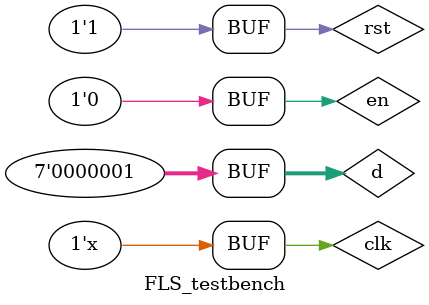
<source format=v>
`timescale 1ns / 1ps
module FLS_testbench();
reg clk=0,rst=0;
reg en;
reg [6:0] d=7'b0000001;
wire [6:0] f;
FLS FLS(.clk(clk),.rst(rst),.en(en),.d(d),.f(f));
always #5 clk=~clk;
always
begin
    #2 en=1;
    #40 en=0;
    #38;
end
initial
begin
    #3000 rst=1;
end
endmodule

</source>
